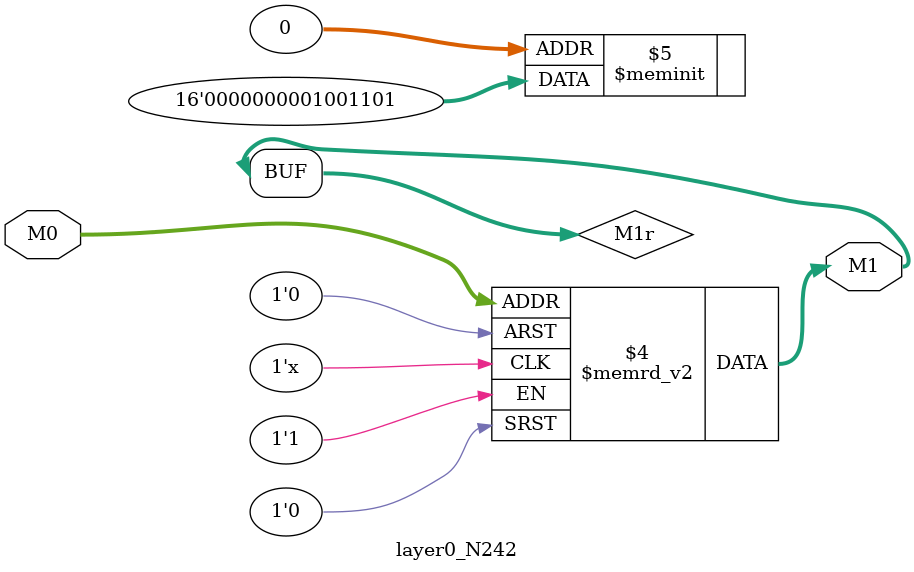
<source format=v>
module layer0_N242 ( input [2:0] M0, output [1:0] M1 );

	(*rom_style = "distributed" *) reg [1:0] M1r;
	assign M1 = M1r;
	always @ (M0) begin
		case (M0)
			3'b000: M1r = 2'b01;
			3'b100: M1r = 2'b00;
			3'b010: M1r = 2'b00;
			3'b110: M1r = 2'b00;
			3'b001: M1r = 2'b11;
			3'b101: M1r = 2'b00;
			3'b011: M1r = 2'b01;
			3'b111: M1r = 2'b00;

		endcase
	end
endmodule

</source>
